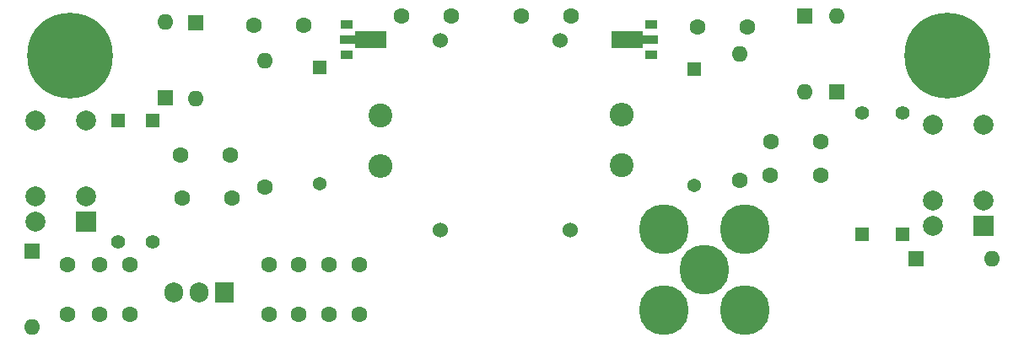
<source format=gbr>
%TF.GenerationSoftware,KiCad,Pcbnew,(5.1.9-0-10_14)*%
%TF.CreationDate,2021-03-15T18:18:09-04:00*%
%TF.ProjectId,RX Loop 100x35,5258204c-6f6f-4702-9031-30307833352e,rev?*%
%TF.SameCoordinates,Original*%
%TF.FileFunction,Soldermask,Top*%
%TF.FilePolarity,Negative*%
%FSLAX46Y46*%
G04 Gerber Fmt 4.6, Leading zero omitted, Abs format (unit mm)*
G04 Created by KiCad (PCBNEW (5.1.9-0-10_14)) date 2021-03-15 18:18:09*
%MOMM*%
%LPD*%
G01*
G04 APERTURE LIST*
%ADD10C,5.000000*%
%ADD11C,1.600000*%
%ADD12R,1.905000X2.000000*%
%ADD13O,1.905000X2.000000*%
%ADD14C,2.000000*%
%ADD15R,2.000000X2.000000*%
%ADD16R,1.600000X1.600000*%
%ADD17O,1.600000X1.600000*%
%ADD18C,8.600000*%
%ADD19C,0.900000*%
%ADD20C,0.100000*%
%ADD21R,1.300000X0.900000*%
%ADD22O,2.400000X2.400000*%
%ADD23C,2.400000*%
%ADD24R,1.397000X1.397000*%
%ADD25C,1.397000*%
%ADD26C,1.371600*%
%ADD27R,1.371600X1.371600*%
%ADD28C,1.524000*%
G04 APERTURE END LIST*
D10*
%TO.C,J1*%
X137650000Y-41500000D03*
X141710000Y-45560000D03*
X133590000Y-37440000D03*
X133590000Y-45560000D03*
X141710000Y-37440000D03*
%TD*%
D11*
%TO.C,C4*%
X149280000Y-32000000D03*
X144280000Y-32000000D03*
%TD*%
D12*
%TO.C,U1*%
X89480000Y-43770000D03*
D13*
X86940000Y-43770000D03*
X84400000Y-43770000D03*
%TD*%
D14*
%TO.C,K2*%
X165700000Y-26940000D03*
X160620000Y-26940000D03*
X165700000Y-34560000D03*
D15*
X165700000Y-37100000D03*
D14*
X160620000Y-34560000D03*
X160620000Y-37100000D03*
%TD*%
%TO.C,K1*%
X75560000Y-26540000D03*
X70480000Y-26540000D03*
X75560000Y-34160000D03*
D15*
X75560000Y-36700000D03*
D14*
X70480000Y-34160000D03*
X70480000Y-36700000D03*
%TD*%
D16*
%TO.C,D6*%
X158900000Y-40400000D03*
D17*
X166520000Y-40400000D03*
%TD*%
D16*
%TO.C,D5*%
X70190000Y-39640000D03*
D17*
X70190000Y-47260000D03*
%TD*%
D11*
%TO.C,C5*%
X136950000Y-17100000D03*
X141950000Y-17100000D03*
%TD*%
D18*
%TO.C,LOOP1*%
X74000000Y-20000000D03*
D19*
X77225000Y-20000000D03*
X76280419Y-22280419D03*
X74000000Y-23225000D03*
X71719581Y-22280419D03*
X70775000Y-20000000D03*
X71719581Y-17719581D03*
X74000000Y-16775000D03*
X76280419Y-17719581D03*
%TD*%
%TO.C,LOOP2*%
X164280419Y-17719581D03*
X162000000Y-16775000D03*
X159719581Y-17719581D03*
X158775000Y-20000000D03*
X159719581Y-22280419D03*
X162000000Y-23225000D03*
X164280419Y-22280419D03*
X165225000Y-20000000D03*
D18*
X162000000Y-20000000D03*
%TD*%
D11*
%TO.C,C1*%
X85220000Y-34290000D03*
X90220000Y-34290000D03*
%TD*%
%TO.C,C2*%
X97450000Y-17000000D03*
X92450000Y-17000000D03*
%TD*%
%TO.C,C7*%
X93910000Y-40980000D03*
X93910000Y-45980000D03*
%TD*%
%TO.C,C8*%
X79960000Y-45990000D03*
X79960000Y-40990000D03*
%TD*%
%TO.C,C9*%
X96910000Y-45980000D03*
X96910000Y-40980000D03*
%TD*%
%TO.C,C10*%
X76960000Y-40990000D03*
X76960000Y-45990000D03*
%TD*%
%TO.C,C11*%
X99960000Y-40980000D03*
X99960000Y-45980000D03*
%TD*%
%TO.C,C12*%
X107270000Y-15990000D03*
X112270000Y-15990000D03*
%TD*%
%TO.C,C13*%
X73710000Y-45990000D03*
X73710000Y-40990000D03*
%TD*%
%TO.C,C14*%
X103010000Y-45980000D03*
X103010000Y-40980000D03*
%TD*%
D16*
%TO.C,D1*%
X150900000Y-23620000D03*
D17*
X150900000Y-16000000D03*
%TD*%
D16*
%TO.C,D2*%
X83550000Y-24250000D03*
D17*
X83550000Y-16630000D03*
%TD*%
%TO.C,D3*%
X147700000Y-23620000D03*
D16*
X147700000Y-16000000D03*
%TD*%
D17*
%TO.C,D4*%
X86550000Y-24300000D03*
D16*
X86550000Y-16680000D03*
%TD*%
D20*
%TO.C,IC1*%
G36*
X105700000Y-19266500D02*
G01*
X102575000Y-19266500D01*
X102575000Y-18850000D01*
X101100000Y-18850000D01*
X101100000Y-17950000D01*
X102575000Y-17950000D01*
X102575000Y-17533500D01*
X105700000Y-17533500D01*
X105700000Y-19266500D01*
G37*
D21*
X101750000Y-19900000D03*
X101750000Y-16900000D03*
%TD*%
%TO.C,IC2*%
X132300000Y-19900000D03*
X132300000Y-16900000D03*
D20*
G36*
X128350000Y-17533500D02*
G01*
X131475000Y-17533500D01*
X131475000Y-17950000D01*
X132950000Y-17950000D01*
X132950000Y-18850000D01*
X131475000Y-18850000D01*
X131475000Y-19266500D01*
X128350000Y-19266500D01*
X128350000Y-17533500D01*
G37*
%TD*%
D11*
%TO.C,L1*%
X93550000Y-33200000D03*
D17*
X93550000Y-20500000D03*
%TD*%
%TO.C,L2*%
X141230000Y-19860000D03*
D11*
X141230000Y-32560000D03*
%TD*%
D22*
%TO.C,L3*%
X105100000Y-31080000D03*
D23*
X105100000Y-26000000D03*
%TD*%
%TO.C,L4*%
X129375000Y-31055000D03*
D22*
X129375000Y-25975000D03*
%TD*%
D24*
%TO.C,R1*%
X153500000Y-37942000D03*
D25*
X153500000Y-25750000D03*
%TD*%
D26*
%TO.C,R2*%
X99000000Y-32900000D03*
D27*
X99000000Y-21216000D03*
%TD*%
%TO.C,R3*%
X136580000Y-21336000D03*
D26*
X136580000Y-33020000D03*
%TD*%
D25*
%TO.C,R5*%
X78800000Y-38700000D03*
D24*
X78800000Y-26508000D03*
%TD*%
%TO.C,R6*%
X157500000Y-37942000D03*
D25*
X157500000Y-25750000D03*
%TD*%
%TO.C,R7*%
X82300000Y-38750000D03*
D24*
X82300000Y-26558000D03*
%TD*%
D28*
%TO.C,T1*%
X111170000Y-18520000D03*
X123170000Y-18520000D03*
X111170000Y-37520000D03*
X124170000Y-37520000D03*
%TD*%
D11*
%TO.C,C3*%
X90020000Y-30040000D03*
X85020000Y-30040000D03*
%TD*%
%TO.C,C6*%
X144320000Y-28680000D03*
X149320000Y-28680000D03*
%TD*%
%TO.C,C15*%
X124280000Y-16010000D03*
X119280000Y-16010000D03*
%TD*%
M02*

</source>
